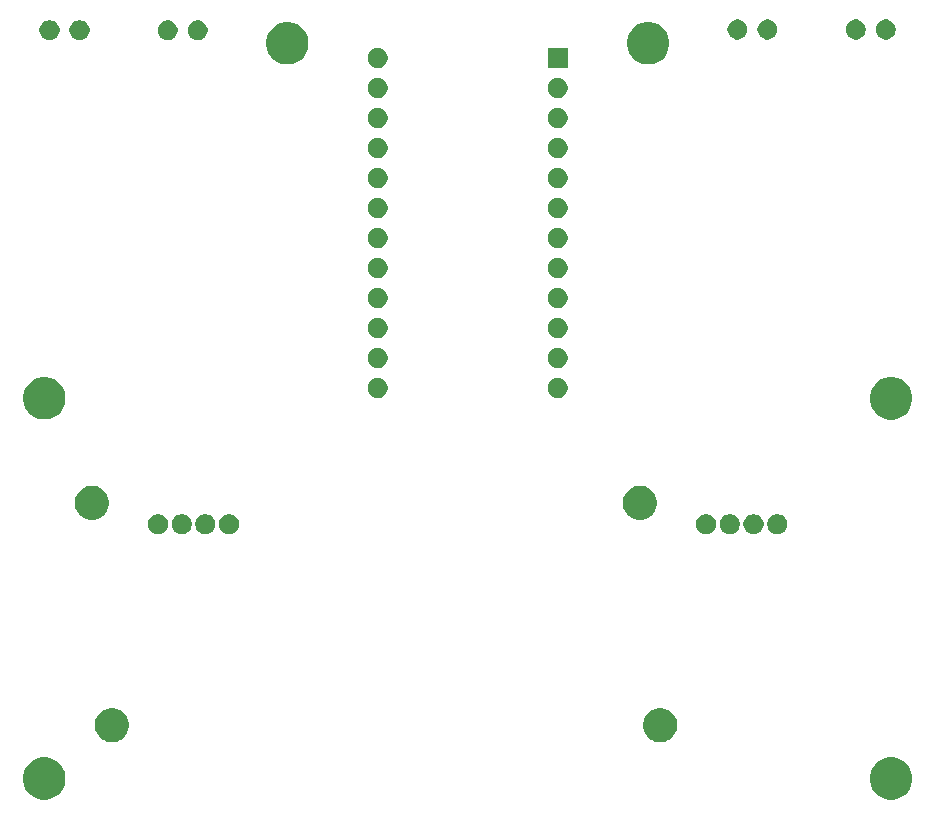
<source format=gbr>
G04 #@! TF.GenerationSoftware,KiCad,Pcbnew,5.0.2+dfsg1-1~bpo9+1*
G04 #@! TF.CreationDate,2019-08-16T14:47:35+01:00*
G04 #@! TF.ProjectId,retro_zero+a_controller,72657472-6f5f-47a6-9572-6f2b615f636f,rev?*
G04 #@! TF.SameCoordinates,Original*
G04 #@! TF.FileFunction,Soldermask,Bot*
G04 #@! TF.FilePolarity,Negative*
%FSLAX46Y46*%
G04 Gerber Fmt 4.6, Leading zero omitted, Abs format (unit mm)*
G04 Created by KiCad (PCBNEW 5.0.2+dfsg1-1~bpo9+1) date Fri 16 Aug 2019 14:47:35 BST*
%MOMM*%
%LPD*%
G01*
G04 APERTURE LIST*
%ADD10C,0.100000*%
G04 APERTURE END LIST*
D10*
G36*
X169511531Y-121394711D02*
X169839292Y-121530474D01*
X170134273Y-121727574D01*
X170385126Y-121978427D01*
X170582226Y-122273408D01*
X170717989Y-122601169D01*
X170787200Y-122949116D01*
X170787200Y-123303884D01*
X170717989Y-123651831D01*
X170582226Y-123979592D01*
X170385126Y-124274573D01*
X170134273Y-124525426D01*
X169839292Y-124722526D01*
X169511531Y-124858289D01*
X169163584Y-124927500D01*
X168808816Y-124927500D01*
X168460869Y-124858289D01*
X168133108Y-124722526D01*
X167838127Y-124525426D01*
X167587274Y-124274573D01*
X167390174Y-123979592D01*
X167254411Y-123651831D01*
X167185200Y-123303884D01*
X167185200Y-122949116D01*
X167254411Y-122601169D01*
X167390174Y-122273408D01*
X167587274Y-121978427D01*
X167838127Y-121727574D01*
X168133108Y-121530474D01*
X168460869Y-121394711D01*
X168808816Y-121325500D01*
X169163584Y-121325500D01*
X169511531Y-121394711D01*
X169511531Y-121394711D01*
G37*
G36*
X97807331Y-121394711D02*
X98135092Y-121530474D01*
X98430073Y-121727574D01*
X98680926Y-121978427D01*
X98878026Y-122273408D01*
X99013789Y-122601169D01*
X99083000Y-122949116D01*
X99083000Y-123303884D01*
X99013789Y-123651831D01*
X98878026Y-123979592D01*
X98680926Y-124274573D01*
X98430073Y-124525426D01*
X98135092Y-124722526D01*
X97807331Y-124858289D01*
X97459384Y-124927500D01*
X97104616Y-124927500D01*
X96756669Y-124858289D01*
X96428908Y-124722526D01*
X96133927Y-124525426D01*
X95883074Y-124274573D01*
X95685974Y-123979592D01*
X95550211Y-123651831D01*
X95481000Y-123303884D01*
X95481000Y-122949116D01*
X95550211Y-122601169D01*
X95685974Y-122273408D01*
X95883074Y-121978427D01*
X96133927Y-121727574D01*
X96428908Y-121530474D01*
X96756669Y-121394711D01*
X97104616Y-121325500D01*
X97459384Y-121325500D01*
X97807331Y-121394711D01*
X97807331Y-121394711D01*
G37*
G36*
X149851438Y-117210060D02*
X149851440Y-117210061D01*
X149851441Y-117210061D01*
X150115506Y-117319440D01*
X150115507Y-117319441D01*
X150353162Y-117478237D01*
X150555263Y-117680338D01*
X150555265Y-117680341D01*
X150714060Y-117917994D01*
X150823439Y-118182059D01*
X150879200Y-118462389D01*
X150879200Y-118748211D01*
X150823439Y-119028541D01*
X150714060Y-119292606D01*
X150714059Y-119292607D01*
X150555263Y-119530262D01*
X150353162Y-119732363D01*
X150353159Y-119732365D01*
X150115506Y-119891160D01*
X149851441Y-120000539D01*
X149851440Y-120000539D01*
X149851438Y-120000540D01*
X149571112Y-120056300D01*
X149285288Y-120056300D01*
X149004962Y-120000540D01*
X149004960Y-120000539D01*
X149004959Y-120000539D01*
X148740894Y-119891160D01*
X148503241Y-119732365D01*
X148503238Y-119732363D01*
X148301137Y-119530262D01*
X148142341Y-119292607D01*
X148142340Y-119292606D01*
X148032961Y-119028541D01*
X147977200Y-118748211D01*
X147977200Y-118462389D01*
X148032961Y-118182059D01*
X148142340Y-117917994D01*
X148301135Y-117680341D01*
X148301137Y-117680338D01*
X148503238Y-117478237D01*
X148740893Y-117319441D01*
X148740894Y-117319440D01*
X149004959Y-117210061D01*
X149004960Y-117210061D01*
X149004962Y-117210060D01*
X149285288Y-117154300D01*
X149571112Y-117154300D01*
X149851438Y-117210060D01*
X149851438Y-117210060D01*
G37*
G36*
X103445638Y-117210060D02*
X103445640Y-117210061D01*
X103445641Y-117210061D01*
X103709706Y-117319440D01*
X103709707Y-117319441D01*
X103947362Y-117478237D01*
X104149463Y-117680338D01*
X104149465Y-117680341D01*
X104308260Y-117917994D01*
X104417639Y-118182059D01*
X104473400Y-118462389D01*
X104473400Y-118748211D01*
X104417639Y-119028541D01*
X104308260Y-119292606D01*
X104308259Y-119292607D01*
X104149463Y-119530262D01*
X103947362Y-119732363D01*
X103947359Y-119732365D01*
X103709706Y-119891160D01*
X103445641Y-120000539D01*
X103445640Y-120000539D01*
X103445638Y-120000540D01*
X103165312Y-120056300D01*
X102879488Y-120056300D01*
X102599162Y-120000540D01*
X102599160Y-120000539D01*
X102599159Y-120000539D01*
X102335094Y-119891160D01*
X102097441Y-119732365D01*
X102097438Y-119732363D01*
X101895337Y-119530262D01*
X101736541Y-119292607D01*
X101736540Y-119292606D01*
X101627161Y-119028541D01*
X101571400Y-118748211D01*
X101571400Y-118462389D01*
X101627161Y-118182059D01*
X101736540Y-117917994D01*
X101895335Y-117680341D01*
X101895337Y-117680338D01*
X102097438Y-117478237D01*
X102335093Y-117319441D01*
X102335094Y-117319440D01*
X102599159Y-117210061D01*
X102599160Y-117210061D01*
X102599162Y-117210060D01*
X102879488Y-117154300D01*
X103165312Y-117154300D01*
X103445638Y-117210060D01*
X103445638Y-117210060D01*
G37*
G36*
X159595128Y-100769003D02*
X159750000Y-100833153D01*
X159889381Y-100926285D01*
X160007915Y-101044819D01*
X160101047Y-101184200D01*
X160165197Y-101339072D01*
X160197900Y-101503484D01*
X160197900Y-101671116D01*
X160165197Y-101835528D01*
X160101047Y-101990400D01*
X160007915Y-102129781D01*
X159889381Y-102248315D01*
X159750000Y-102341447D01*
X159595128Y-102405597D01*
X159430716Y-102438300D01*
X159263084Y-102438300D01*
X159098672Y-102405597D01*
X158943800Y-102341447D01*
X158804419Y-102248315D01*
X158685885Y-102129781D01*
X158592753Y-101990400D01*
X158528603Y-101835528D01*
X158495900Y-101671116D01*
X158495900Y-101503484D01*
X158528603Y-101339072D01*
X158592753Y-101184200D01*
X158685885Y-101044819D01*
X158804419Y-100926285D01*
X158943800Y-100833153D01*
X159098672Y-100769003D01*
X159263084Y-100736300D01*
X159430716Y-100736300D01*
X159595128Y-100769003D01*
X159595128Y-100769003D01*
G37*
G36*
X153575328Y-100769003D02*
X153730200Y-100833153D01*
X153869581Y-100926285D01*
X153988115Y-101044819D01*
X154081247Y-101184200D01*
X154145397Y-101339072D01*
X154178100Y-101503484D01*
X154178100Y-101671116D01*
X154145397Y-101835528D01*
X154081247Y-101990400D01*
X153988115Y-102129781D01*
X153869581Y-102248315D01*
X153730200Y-102341447D01*
X153575328Y-102405597D01*
X153410916Y-102438300D01*
X153243284Y-102438300D01*
X153078872Y-102405597D01*
X152924000Y-102341447D01*
X152784619Y-102248315D01*
X152666085Y-102129781D01*
X152572953Y-101990400D01*
X152508803Y-101835528D01*
X152476100Y-101671116D01*
X152476100Y-101503484D01*
X152508803Y-101339072D01*
X152572953Y-101184200D01*
X152666085Y-101044819D01*
X152784619Y-100926285D01*
X152924000Y-100833153D01*
X153078872Y-100769003D01*
X153243284Y-100736300D01*
X153410916Y-100736300D01*
X153575328Y-100769003D01*
X153575328Y-100769003D01*
G37*
G36*
X155581928Y-100769003D02*
X155736800Y-100833153D01*
X155876181Y-100926285D01*
X155994715Y-101044819D01*
X156087847Y-101184200D01*
X156151997Y-101339072D01*
X156184700Y-101503484D01*
X156184700Y-101671116D01*
X156151997Y-101835528D01*
X156087847Y-101990400D01*
X155994715Y-102129781D01*
X155876181Y-102248315D01*
X155736800Y-102341447D01*
X155581928Y-102405597D01*
X155417516Y-102438300D01*
X155249884Y-102438300D01*
X155085472Y-102405597D01*
X154930600Y-102341447D01*
X154791219Y-102248315D01*
X154672685Y-102129781D01*
X154579553Y-101990400D01*
X154515403Y-101835528D01*
X154482700Y-101671116D01*
X154482700Y-101503484D01*
X154515403Y-101339072D01*
X154579553Y-101184200D01*
X154672685Y-101044819D01*
X154791219Y-100926285D01*
X154930600Y-100833153D01*
X155085472Y-100769003D01*
X155249884Y-100736300D01*
X155417516Y-100736300D01*
X155581928Y-100769003D01*
X155581928Y-100769003D01*
G37*
G36*
X157588528Y-100769003D02*
X157743400Y-100833153D01*
X157882781Y-100926285D01*
X158001315Y-101044819D01*
X158094447Y-101184200D01*
X158158597Y-101339072D01*
X158191300Y-101503484D01*
X158191300Y-101671116D01*
X158158597Y-101835528D01*
X158094447Y-101990400D01*
X158001315Y-102129781D01*
X157882781Y-102248315D01*
X157743400Y-102341447D01*
X157588528Y-102405597D01*
X157424116Y-102438300D01*
X157256484Y-102438300D01*
X157092072Y-102405597D01*
X156937200Y-102341447D01*
X156797819Y-102248315D01*
X156679285Y-102129781D01*
X156586153Y-101990400D01*
X156522003Y-101835528D01*
X156489300Y-101671116D01*
X156489300Y-101503484D01*
X156522003Y-101339072D01*
X156586153Y-101184200D01*
X156679285Y-101044819D01*
X156797819Y-100926285D01*
X156937200Y-100833153D01*
X157092072Y-100769003D01*
X157256484Y-100736300D01*
X157424116Y-100736300D01*
X157588528Y-100769003D01*
X157588528Y-100769003D01*
G37*
G36*
X113189328Y-100769003D02*
X113344200Y-100833153D01*
X113483581Y-100926285D01*
X113602115Y-101044819D01*
X113695247Y-101184200D01*
X113759397Y-101339072D01*
X113792100Y-101503484D01*
X113792100Y-101671116D01*
X113759397Y-101835528D01*
X113695247Y-101990400D01*
X113602115Y-102129781D01*
X113483581Y-102248315D01*
X113344200Y-102341447D01*
X113189328Y-102405597D01*
X113024916Y-102438300D01*
X112857284Y-102438300D01*
X112692872Y-102405597D01*
X112538000Y-102341447D01*
X112398619Y-102248315D01*
X112280085Y-102129781D01*
X112186953Y-101990400D01*
X112122803Y-101835528D01*
X112090100Y-101671116D01*
X112090100Y-101503484D01*
X112122803Y-101339072D01*
X112186953Y-101184200D01*
X112280085Y-101044819D01*
X112398619Y-100926285D01*
X112538000Y-100833153D01*
X112692872Y-100769003D01*
X112857284Y-100736300D01*
X113024916Y-100736300D01*
X113189328Y-100769003D01*
X113189328Y-100769003D01*
G37*
G36*
X111182728Y-100769003D02*
X111337600Y-100833153D01*
X111476981Y-100926285D01*
X111595515Y-101044819D01*
X111688647Y-101184200D01*
X111752797Y-101339072D01*
X111785500Y-101503484D01*
X111785500Y-101671116D01*
X111752797Y-101835528D01*
X111688647Y-101990400D01*
X111595515Y-102129781D01*
X111476981Y-102248315D01*
X111337600Y-102341447D01*
X111182728Y-102405597D01*
X111018316Y-102438300D01*
X110850684Y-102438300D01*
X110686272Y-102405597D01*
X110531400Y-102341447D01*
X110392019Y-102248315D01*
X110273485Y-102129781D01*
X110180353Y-101990400D01*
X110116203Y-101835528D01*
X110083500Y-101671116D01*
X110083500Y-101503484D01*
X110116203Y-101339072D01*
X110180353Y-101184200D01*
X110273485Y-101044819D01*
X110392019Y-100926285D01*
X110531400Y-100833153D01*
X110686272Y-100769003D01*
X110850684Y-100736300D01*
X111018316Y-100736300D01*
X111182728Y-100769003D01*
X111182728Y-100769003D01*
G37*
G36*
X109176128Y-100769003D02*
X109331000Y-100833153D01*
X109470381Y-100926285D01*
X109588915Y-101044819D01*
X109682047Y-101184200D01*
X109746197Y-101339072D01*
X109778900Y-101503484D01*
X109778900Y-101671116D01*
X109746197Y-101835528D01*
X109682047Y-101990400D01*
X109588915Y-102129781D01*
X109470381Y-102248315D01*
X109331000Y-102341447D01*
X109176128Y-102405597D01*
X109011716Y-102438300D01*
X108844084Y-102438300D01*
X108679672Y-102405597D01*
X108524800Y-102341447D01*
X108385419Y-102248315D01*
X108266885Y-102129781D01*
X108173753Y-101990400D01*
X108109603Y-101835528D01*
X108076900Y-101671116D01*
X108076900Y-101503484D01*
X108109603Y-101339072D01*
X108173753Y-101184200D01*
X108266885Y-101044819D01*
X108385419Y-100926285D01*
X108524800Y-100833153D01*
X108679672Y-100769003D01*
X108844084Y-100736300D01*
X109011716Y-100736300D01*
X109176128Y-100769003D01*
X109176128Y-100769003D01*
G37*
G36*
X107169528Y-100769003D02*
X107324400Y-100833153D01*
X107463781Y-100926285D01*
X107582315Y-101044819D01*
X107675447Y-101184200D01*
X107739597Y-101339072D01*
X107772300Y-101503484D01*
X107772300Y-101671116D01*
X107739597Y-101835528D01*
X107675447Y-101990400D01*
X107582315Y-102129781D01*
X107463781Y-102248315D01*
X107324400Y-102341447D01*
X107169528Y-102405597D01*
X107005116Y-102438300D01*
X106837484Y-102438300D01*
X106673072Y-102405597D01*
X106518200Y-102341447D01*
X106378819Y-102248315D01*
X106260285Y-102129781D01*
X106167153Y-101990400D01*
X106103003Y-101835528D01*
X106070300Y-101671116D01*
X106070300Y-101503484D01*
X106103003Y-101339072D01*
X106167153Y-101184200D01*
X106260285Y-101044819D01*
X106378819Y-100926285D01*
X106518200Y-100833153D01*
X106673072Y-100769003D01*
X106837484Y-100736300D01*
X107005116Y-100736300D01*
X107169528Y-100769003D01*
X107169528Y-100769003D01*
G37*
G36*
X148149638Y-98388660D02*
X148149640Y-98388661D01*
X148149641Y-98388661D01*
X148413706Y-98498040D01*
X148413707Y-98498041D01*
X148651362Y-98656837D01*
X148853463Y-98858938D01*
X148853465Y-98858941D01*
X149012260Y-99096594D01*
X149121639Y-99360659D01*
X149177400Y-99640989D01*
X149177400Y-99926811D01*
X149121639Y-100207141D01*
X149012260Y-100471206D01*
X149012259Y-100471207D01*
X148853463Y-100708862D01*
X148651362Y-100910963D01*
X148651359Y-100910965D01*
X148413706Y-101069760D01*
X148149641Y-101179139D01*
X148149640Y-101179139D01*
X148149638Y-101179140D01*
X147869312Y-101234900D01*
X147583488Y-101234900D01*
X147303162Y-101179140D01*
X147303160Y-101179139D01*
X147303159Y-101179139D01*
X147039094Y-101069760D01*
X146801441Y-100910965D01*
X146801438Y-100910963D01*
X146599337Y-100708862D01*
X146440541Y-100471207D01*
X146440540Y-100471206D01*
X146331161Y-100207141D01*
X146275400Y-99926811D01*
X146275400Y-99640989D01*
X146331161Y-99360659D01*
X146440540Y-99096594D01*
X146599335Y-98858941D01*
X146599337Y-98858938D01*
X146801438Y-98656837D01*
X147039093Y-98498041D01*
X147039094Y-98498040D01*
X147303159Y-98388661D01*
X147303160Y-98388661D01*
X147303162Y-98388660D01*
X147583488Y-98332900D01*
X147869312Y-98332900D01*
X148149638Y-98388660D01*
X148149638Y-98388660D01*
G37*
G36*
X101743838Y-98388660D02*
X101743840Y-98388661D01*
X101743841Y-98388661D01*
X102007906Y-98498040D01*
X102007907Y-98498041D01*
X102245562Y-98656837D01*
X102447663Y-98858938D01*
X102447665Y-98858941D01*
X102606460Y-99096594D01*
X102715839Y-99360659D01*
X102771600Y-99640989D01*
X102771600Y-99926811D01*
X102715839Y-100207141D01*
X102606460Y-100471206D01*
X102606459Y-100471207D01*
X102447663Y-100708862D01*
X102245562Y-100910963D01*
X102245559Y-100910965D01*
X102007906Y-101069760D01*
X101743841Y-101179139D01*
X101743840Y-101179139D01*
X101743838Y-101179140D01*
X101463512Y-101234900D01*
X101177688Y-101234900D01*
X100897362Y-101179140D01*
X100897360Y-101179139D01*
X100897359Y-101179139D01*
X100633294Y-101069760D01*
X100395641Y-100910965D01*
X100395638Y-100910963D01*
X100193537Y-100708862D01*
X100034741Y-100471207D01*
X100034740Y-100471206D01*
X99925361Y-100207141D01*
X99869600Y-99926811D01*
X99869600Y-99640989D01*
X99925361Y-99360659D01*
X100034740Y-99096594D01*
X100193535Y-98858941D01*
X100193537Y-98858938D01*
X100395638Y-98656837D01*
X100633293Y-98498041D01*
X100633294Y-98498040D01*
X100897359Y-98388661D01*
X100897360Y-98388661D01*
X100897362Y-98388660D01*
X101177688Y-98332900D01*
X101463512Y-98332900D01*
X101743838Y-98388660D01*
X101743838Y-98388660D01*
G37*
G36*
X169511531Y-89200211D02*
X169839292Y-89335974D01*
X170134273Y-89533074D01*
X170385126Y-89783927D01*
X170582226Y-90078908D01*
X170717989Y-90406669D01*
X170787200Y-90754616D01*
X170787200Y-91109384D01*
X170717989Y-91457331D01*
X170582226Y-91785092D01*
X170385126Y-92080073D01*
X170134273Y-92330926D01*
X169839292Y-92528026D01*
X169511531Y-92663789D01*
X169163584Y-92733000D01*
X168808816Y-92733000D01*
X168460869Y-92663789D01*
X168133108Y-92528026D01*
X167838127Y-92330926D01*
X167587274Y-92080073D01*
X167390174Y-91785092D01*
X167254411Y-91457331D01*
X167185200Y-91109384D01*
X167185200Y-90754616D01*
X167254411Y-90406669D01*
X167390174Y-90078908D01*
X167587274Y-89783927D01*
X167838127Y-89533074D01*
X168133108Y-89335974D01*
X168460869Y-89200211D01*
X168808816Y-89131000D01*
X169163584Y-89131000D01*
X169511531Y-89200211D01*
X169511531Y-89200211D01*
G37*
G36*
X97807331Y-89187511D02*
X98135092Y-89323274D01*
X98430073Y-89520374D01*
X98680926Y-89771227D01*
X98878026Y-90066208D01*
X99013789Y-90393969D01*
X99083000Y-90741916D01*
X99083000Y-91096684D01*
X99013789Y-91444631D01*
X98878026Y-91772392D01*
X98680926Y-92067373D01*
X98430073Y-92318226D01*
X98135092Y-92515326D01*
X97807331Y-92651089D01*
X97459384Y-92720300D01*
X97104616Y-92720300D01*
X96756669Y-92651089D01*
X96428908Y-92515326D01*
X96133927Y-92318226D01*
X95883074Y-92067373D01*
X95685974Y-91772392D01*
X95550211Y-91444631D01*
X95481000Y-91096684D01*
X95481000Y-90741916D01*
X95550211Y-90393969D01*
X95685974Y-90066208D01*
X95883074Y-89771227D01*
X96133927Y-89520374D01*
X96428908Y-89323274D01*
X96756669Y-89187511D01*
X97104616Y-89118300D01*
X97459384Y-89118300D01*
X97807331Y-89187511D01*
X97807331Y-89187511D01*
G37*
G36*
X141002328Y-89224703D02*
X141157200Y-89288853D01*
X141296581Y-89381985D01*
X141415115Y-89500519D01*
X141508247Y-89639900D01*
X141572397Y-89794772D01*
X141605100Y-89959184D01*
X141605100Y-90126816D01*
X141572397Y-90291228D01*
X141508247Y-90446100D01*
X141415115Y-90585481D01*
X141296581Y-90704015D01*
X141157200Y-90797147D01*
X141002328Y-90861297D01*
X140837916Y-90894000D01*
X140670284Y-90894000D01*
X140505872Y-90861297D01*
X140351000Y-90797147D01*
X140211619Y-90704015D01*
X140093085Y-90585481D01*
X139999953Y-90446100D01*
X139935803Y-90291228D01*
X139903100Y-90126816D01*
X139903100Y-89959184D01*
X139935803Y-89794772D01*
X139999953Y-89639900D01*
X140093085Y-89500519D01*
X140211619Y-89381985D01*
X140351000Y-89288853D01*
X140505872Y-89224703D01*
X140670284Y-89192000D01*
X140837916Y-89192000D01*
X141002328Y-89224703D01*
X141002328Y-89224703D01*
G37*
G36*
X125762328Y-89224703D02*
X125917200Y-89288853D01*
X126056581Y-89381985D01*
X126175115Y-89500519D01*
X126268247Y-89639900D01*
X126332397Y-89794772D01*
X126365100Y-89959184D01*
X126365100Y-90126816D01*
X126332397Y-90291228D01*
X126268247Y-90446100D01*
X126175115Y-90585481D01*
X126056581Y-90704015D01*
X125917200Y-90797147D01*
X125762328Y-90861297D01*
X125597916Y-90894000D01*
X125430284Y-90894000D01*
X125265872Y-90861297D01*
X125111000Y-90797147D01*
X124971619Y-90704015D01*
X124853085Y-90585481D01*
X124759953Y-90446100D01*
X124695803Y-90291228D01*
X124663100Y-90126816D01*
X124663100Y-89959184D01*
X124695803Y-89794772D01*
X124759953Y-89639900D01*
X124853085Y-89500519D01*
X124971619Y-89381985D01*
X125111000Y-89288853D01*
X125265872Y-89224703D01*
X125430284Y-89192000D01*
X125597916Y-89192000D01*
X125762328Y-89224703D01*
X125762328Y-89224703D01*
G37*
G36*
X125762328Y-86684703D02*
X125917200Y-86748853D01*
X126056581Y-86841985D01*
X126175115Y-86960519D01*
X126268247Y-87099900D01*
X126332397Y-87254772D01*
X126365100Y-87419184D01*
X126365100Y-87586816D01*
X126332397Y-87751228D01*
X126268247Y-87906100D01*
X126175115Y-88045481D01*
X126056581Y-88164015D01*
X125917200Y-88257147D01*
X125762328Y-88321297D01*
X125597916Y-88354000D01*
X125430284Y-88354000D01*
X125265872Y-88321297D01*
X125111000Y-88257147D01*
X124971619Y-88164015D01*
X124853085Y-88045481D01*
X124759953Y-87906100D01*
X124695803Y-87751228D01*
X124663100Y-87586816D01*
X124663100Y-87419184D01*
X124695803Y-87254772D01*
X124759953Y-87099900D01*
X124853085Y-86960519D01*
X124971619Y-86841985D01*
X125111000Y-86748853D01*
X125265872Y-86684703D01*
X125430284Y-86652000D01*
X125597916Y-86652000D01*
X125762328Y-86684703D01*
X125762328Y-86684703D01*
G37*
G36*
X141002328Y-86684703D02*
X141157200Y-86748853D01*
X141296581Y-86841985D01*
X141415115Y-86960519D01*
X141508247Y-87099900D01*
X141572397Y-87254772D01*
X141605100Y-87419184D01*
X141605100Y-87586816D01*
X141572397Y-87751228D01*
X141508247Y-87906100D01*
X141415115Y-88045481D01*
X141296581Y-88164015D01*
X141157200Y-88257147D01*
X141002328Y-88321297D01*
X140837916Y-88354000D01*
X140670284Y-88354000D01*
X140505872Y-88321297D01*
X140351000Y-88257147D01*
X140211619Y-88164015D01*
X140093085Y-88045481D01*
X139999953Y-87906100D01*
X139935803Y-87751228D01*
X139903100Y-87586816D01*
X139903100Y-87419184D01*
X139935803Y-87254772D01*
X139999953Y-87099900D01*
X140093085Y-86960519D01*
X140211619Y-86841985D01*
X140351000Y-86748853D01*
X140505872Y-86684703D01*
X140670284Y-86652000D01*
X140837916Y-86652000D01*
X141002328Y-86684703D01*
X141002328Y-86684703D01*
G37*
G36*
X125762328Y-84144703D02*
X125917200Y-84208853D01*
X126056581Y-84301985D01*
X126175115Y-84420519D01*
X126268247Y-84559900D01*
X126332397Y-84714772D01*
X126365100Y-84879184D01*
X126365100Y-85046816D01*
X126332397Y-85211228D01*
X126268247Y-85366100D01*
X126175115Y-85505481D01*
X126056581Y-85624015D01*
X125917200Y-85717147D01*
X125762328Y-85781297D01*
X125597916Y-85814000D01*
X125430284Y-85814000D01*
X125265872Y-85781297D01*
X125111000Y-85717147D01*
X124971619Y-85624015D01*
X124853085Y-85505481D01*
X124759953Y-85366100D01*
X124695803Y-85211228D01*
X124663100Y-85046816D01*
X124663100Y-84879184D01*
X124695803Y-84714772D01*
X124759953Y-84559900D01*
X124853085Y-84420519D01*
X124971619Y-84301985D01*
X125111000Y-84208853D01*
X125265872Y-84144703D01*
X125430284Y-84112000D01*
X125597916Y-84112000D01*
X125762328Y-84144703D01*
X125762328Y-84144703D01*
G37*
G36*
X141002328Y-84144703D02*
X141157200Y-84208853D01*
X141296581Y-84301985D01*
X141415115Y-84420519D01*
X141508247Y-84559900D01*
X141572397Y-84714772D01*
X141605100Y-84879184D01*
X141605100Y-85046816D01*
X141572397Y-85211228D01*
X141508247Y-85366100D01*
X141415115Y-85505481D01*
X141296581Y-85624015D01*
X141157200Y-85717147D01*
X141002328Y-85781297D01*
X140837916Y-85814000D01*
X140670284Y-85814000D01*
X140505872Y-85781297D01*
X140351000Y-85717147D01*
X140211619Y-85624015D01*
X140093085Y-85505481D01*
X139999953Y-85366100D01*
X139935803Y-85211228D01*
X139903100Y-85046816D01*
X139903100Y-84879184D01*
X139935803Y-84714772D01*
X139999953Y-84559900D01*
X140093085Y-84420519D01*
X140211619Y-84301985D01*
X140351000Y-84208853D01*
X140505872Y-84144703D01*
X140670284Y-84112000D01*
X140837916Y-84112000D01*
X141002328Y-84144703D01*
X141002328Y-84144703D01*
G37*
G36*
X141002328Y-81604703D02*
X141157200Y-81668853D01*
X141296581Y-81761985D01*
X141415115Y-81880519D01*
X141508247Y-82019900D01*
X141572397Y-82174772D01*
X141605100Y-82339184D01*
X141605100Y-82506816D01*
X141572397Y-82671228D01*
X141508247Y-82826100D01*
X141415115Y-82965481D01*
X141296581Y-83084015D01*
X141157200Y-83177147D01*
X141002328Y-83241297D01*
X140837916Y-83274000D01*
X140670284Y-83274000D01*
X140505872Y-83241297D01*
X140351000Y-83177147D01*
X140211619Y-83084015D01*
X140093085Y-82965481D01*
X139999953Y-82826100D01*
X139935803Y-82671228D01*
X139903100Y-82506816D01*
X139903100Y-82339184D01*
X139935803Y-82174772D01*
X139999953Y-82019900D01*
X140093085Y-81880519D01*
X140211619Y-81761985D01*
X140351000Y-81668853D01*
X140505872Y-81604703D01*
X140670284Y-81572000D01*
X140837916Y-81572000D01*
X141002328Y-81604703D01*
X141002328Y-81604703D01*
G37*
G36*
X125762328Y-81604703D02*
X125917200Y-81668853D01*
X126056581Y-81761985D01*
X126175115Y-81880519D01*
X126268247Y-82019900D01*
X126332397Y-82174772D01*
X126365100Y-82339184D01*
X126365100Y-82506816D01*
X126332397Y-82671228D01*
X126268247Y-82826100D01*
X126175115Y-82965481D01*
X126056581Y-83084015D01*
X125917200Y-83177147D01*
X125762328Y-83241297D01*
X125597916Y-83274000D01*
X125430284Y-83274000D01*
X125265872Y-83241297D01*
X125111000Y-83177147D01*
X124971619Y-83084015D01*
X124853085Y-82965481D01*
X124759953Y-82826100D01*
X124695803Y-82671228D01*
X124663100Y-82506816D01*
X124663100Y-82339184D01*
X124695803Y-82174772D01*
X124759953Y-82019900D01*
X124853085Y-81880519D01*
X124971619Y-81761985D01*
X125111000Y-81668853D01*
X125265872Y-81604703D01*
X125430284Y-81572000D01*
X125597916Y-81572000D01*
X125762328Y-81604703D01*
X125762328Y-81604703D01*
G37*
G36*
X141002328Y-79064703D02*
X141157200Y-79128853D01*
X141296581Y-79221985D01*
X141415115Y-79340519D01*
X141508247Y-79479900D01*
X141572397Y-79634772D01*
X141605100Y-79799184D01*
X141605100Y-79966816D01*
X141572397Y-80131228D01*
X141508247Y-80286100D01*
X141415115Y-80425481D01*
X141296581Y-80544015D01*
X141157200Y-80637147D01*
X141002328Y-80701297D01*
X140837916Y-80734000D01*
X140670284Y-80734000D01*
X140505872Y-80701297D01*
X140351000Y-80637147D01*
X140211619Y-80544015D01*
X140093085Y-80425481D01*
X139999953Y-80286100D01*
X139935803Y-80131228D01*
X139903100Y-79966816D01*
X139903100Y-79799184D01*
X139935803Y-79634772D01*
X139999953Y-79479900D01*
X140093085Y-79340519D01*
X140211619Y-79221985D01*
X140351000Y-79128853D01*
X140505872Y-79064703D01*
X140670284Y-79032000D01*
X140837916Y-79032000D01*
X141002328Y-79064703D01*
X141002328Y-79064703D01*
G37*
G36*
X125762328Y-79064703D02*
X125917200Y-79128853D01*
X126056581Y-79221985D01*
X126175115Y-79340519D01*
X126268247Y-79479900D01*
X126332397Y-79634772D01*
X126365100Y-79799184D01*
X126365100Y-79966816D01*
X126332397Y-80131228D01*
X126268247Y-80286100D01*
X126175115Y-80425481D01*
X126056581Y-80544015D01*
X125917200Y-80637147D01*
X125762328Y-80701297D01*
X125597916Y-80734000D01*
X125430284Y-80734000D01*
X125265872Y-80701297D01*
X125111000Y-80637147D01*
X124971619Y-80544015D01*
X124853085Y-80425481D01*
X124759953Y-80286100D01*
X124695803Y-80131228D01*
X124663100Y-79966816D01*
X124663100Y-79799184D01*
X124695803Y-79634772D01*
X124759953Y-79479900D01*
X124853085Y-79340519D01*
X124971619Y-79221985D01*
X125111000Y-79128853D01*
X125265872Y-79064703D01*
X125430284Y-79032000D01*
X125597916Y-79032000D01*
X125762328Y-79064703D01*
X125762328Y-79064703D01*
G37*
G36*
X141002328Y-76524703D02*
X141157200Y-76588853D01*
X141296581Y-76681985D01*
X141415115Y-76800519D01*
X141508247Y-76939900D01*
X141572397Y-77094772D01*
X141605100Y-77259184D01*
X141605100Y-77426816D01*
X141572397Y-77591228D01*
X141508247Y-77746100D01*
X141415115Y-77885481D01*
X141296581Y-78004015D01*
X141157200Y-78097147D01*
X141002328Y-78161297D01*
X140837916Y-78194000D01*
X140670284Y-78194000D01*
X140505872Y-78161297D01*
X140351000Y-78097147D01*
X140211619Y-78004015D01*
X140093085Y-77885481D01*
X139999953Y-77746100D01*
X139935803Y-77591228D01*
X139903100Y-77426816D01*
X139903100Y-77259184D01*
X139935803Y-77094772D01*
X139999953Y-76939900D01*
X140093085Y-76800519D01*
X140211619Y-76681985D01*
X140351000Y-76588853D01*
X140505872Y-76524703D01*
X140670284Y-76492000D01*
X140837916Y-76492000D01*
X141002328Y-76524703D01*
X141002328Y-76524703D01*
G37*
G36*
X125762328Y-76524703D02*
X125917200Y-76588853D01*
X126056581Y-76681985D01*
X126175115Y-76800519D01*
X126268247Y-76939900D01*
X126332397Y-77094772D01*
X126365100Y-77259184D01*
X126365100Y-77426816D01*
X126332397Y-77591228D01*
X126268247Y-77746100D01*
X126175115Y-77885481D01*
X126056581Y-78004015D01*
X125917200Y-78097147D01*
X125762328Y-78161297D01*
X125597916Y-78194000D01*
X125430284Y-78194000D01*
X125265872Y-78161297D01*
X125111000Y-78097147D01*
X124971619Y-78004015D01*
X124853085Y-77885481D01*
X124759953Y-77746100D01*
X124695803Y-77591228D01*
X124663100Y-77426816D01*
X124663100Y-77259184D01*
X124695803Y-77094772D01*
X124759953Y-76939900D01*
X124853085Y-76800519D01*
X124971619Y-76681985D01*
X125111000Y-76588853D01*
X125265872Y-76524703D01*
X125430284Y-76492000D01*
X125597916Y-76492000D01*
X125762328Y-76524703D01*
X125762328Y-76524703D01*
G37*
G36*
X141002328Y-73984703D02*
X141157200Y-74048853D01*
X141296581Y-74141985D01*
X141415115Y-74260519D01*
X141508247Y-74399900D01*
X141572397Y-74554772D01*
X141605100Y-74719184D01*
X141605100Y-74886816D01*
X141572397Y-75051228D01*
X141508247Y-75206100D01*
X141415115Y-75345481D01*
X141296581Y-75464015D01*
X141157200Y-75557147D01*
X141002328Y-75621297D01*
X140837916Y-75654000D01*
X140670284Y-75654000D01*
X140505872Y-75621297D01*
X140351000Y-75557147D01*
X140211619Y-75464015D01*
X140093085Y-75345481D01*
X139999953Y-75206100D01*
X139935803Y-75051228D01*
X139903100Y-74886816D01*
X139903100Y-74719184D01*
X139935803Y-74554772D01*
X139999953Y-74399900D01*
X140093085Y-74260519D01*
X140211619Y-74141985D01*
X140351000Y-74048853D01*
X140505872Y-73984703D01*
X140670284Y-73952000D01*
X140837916Y-73952000D01*
X141002328Y-73984703D01*
X141002328Y-73984703D01*
G37*
G36*
X125762328Y-73984703D02*
X125917200Y-74048853D01*
X126056581Y-74141985D01*
X126175115Y-74260519D01*
X126268247Y-74399900D01*
X126332397Y-74554772D01*
X126365100Y-74719184D01*
X126365100Y-74886816D01*
X126332397Y-75051228D01*
X126268247Y-75206100D01*
X126175115Y-75345481D01*
X126056581Y-75464015D01*
X125917200Y-75557147D01*
X125762328Y-75621297D01*
X125597916Y-75654000D01*
X125430284Y-75654000D01*
X125265872Y-75621297D01*
X125111000Y-75557147D01*
X124971619Y-75464015D01*
X124853085Y-75345481D01*
X124759953Y-75206100D01*
X124695803Y-75051228D01*
X124663100Y-74886816D01*
X124663100Y-74719184D01*
X124695803Y-74554772D01*
X124759953Y-74399900D01*
X124853085Y-74260519D01*
X124971619Y-74141985D01*
X125111000Y-74048853D01*
X125265872Y-73984703D01*
X125430284Y-73952000D01*
X125597916Y-73952000D01*
X125762328Y-73984703D01*
X125762328Y-73984703D01*
G37*
G36*
X125762328Y-71444703D02*
X125917200Y-71508853D01*
X126056581Y-71601985D01*
X126175115Y-71720519D01*
X126268247Y-71859900D01*
X126332397Y-72014772D01*
X126365100Y-72179184D01*
X126365100Y-72346816D01*
X126332397Y-72511228D01*
X126268247Y-72666100D01*
X126175115Y-72805481D01*
X126056581Y-72924015D01*
X125917200Y-73017147D01*
X125762328Y-73081297D01*
X125597916Y-73114000D01*
X125430284Y-73114000D01*
X125265872Y-73081297D01*
X125111000Y-73017147D01*
X124971619Y-72924015D01*
X124853085Y-72805481D01*
X124759953Y-72666100D01*
X124695803Y-72511228D01*
X124663100Y-72346816D01*
X124663100Y-72179184D01*
X124695803Y-72014772D01*
X124759953Y-71859900D01*
X124853085Y-71720519D01*
X124971619Y-71601985D01*
X125111000Y-71508853D01*
X125265872Y-71444703D01*
X125430284Y-71412000D01*
X125597916Y-71412000D01*
X125762328Y-71444703D01*
X125762328Y-71444703D01*
G37*
G36*
X141002328Y-71444703D02*
X141157200Y-71508853D01*
X141296581Y-71601985D01*
X141415115Y-71720519D01*
X141508247Y-71859900D01*
X141572397Y-72014772D01*
X141605100Y-72179184D01*
X141605100Y-72346816D01*
X141572397Y-72511228D01*
X141508247Y-72666100D01*
X141415115Y-72805481D01*
X141296581Y-72924015D01*
X141157200Y-73017147D01*
X141002328Y-73081297D01*
X140837916Y-73114000D01*
X140670284Y-73114000D01*
X140505872Y-73081297D01*
X140351000Y-73017147D01*
X140211619Y-72924015D01*
X140093085Y-72805481D01*
X139999953Y-72666100D01*
X139935803Y-72511228D01*
X139903100Y-72346816D01*
X139903100Y-72179184D01*
X139935803Y-72014772D01*
X139999953Y-71859900D01*
X140093085Y-71720519D01*
X140211619Y-71601985D01*
X140351000Y-71508853D01*
X140505872Y-71444703D01*
X140670284Y-71412000D01*
X140837916Y-71412000D01*
X141002328Y-71444703D01*
X141002328Y-71444703D01*
G37*
G36*
X141002328Y-68904703D02*
X141157200Y-68968853D01*
X141296581Y-69061985D01*
X141415115Y-69180519D01*
X141508247Y-69319900D01*
X141572397Y-69474772D01*
X141605100Y-69639184D01*
X141605100Y-69806816D01*
X141572397Y-69971228D01*
X141508247Y-70126100D01*
X141415115Y-70265481D01*
X141296581Y-70384015D01*
X141157200Y-70477147D01*
X141002328Y-70541297D01*
X140837916Y-70574000D01*
X140670284Y-70574000D01*
X140505872Y-70541297D01*
X140351000Y-70477147D01*
X140211619Y-70384015D01*
X140093085Y-70265481D01*
X139999953Y-70126100D01*
X139935803Y-69971228D01*
X139903100Y-69806816D01*
X139903100Y-69639184D01*
X139935803Y-69474772D01*
X139999953Y-69319900D01*
X140093085Y-69180519D01*
X140211619Y-69061985D01*
X140351000Y-68968853D01*
X140505872Y-68904703D01*
X140670284Y-68872000D01*
X140837916Y-68872000D01*
X141002328Y-68904703D01*
X141002328Y-68904703D01*
G37*
G36*
X125762328Y-68904703D02*
X125917200Y-68968853D01*
X126056581Y-69061985D01*
X126175115Y-69180519D01*
X126268247Y-69319900D01*
X126332397Y-69474772D01*
X126365100Y-69639184D01*
X126365100Y-69806816D01*
X126332397Y-69971228D01*
X126268247Y-70126100D01*
X126175115Y-70265481D01*
X126056581Y-70384015D01*
X125917200Y-70477147D01*
X125762328Y-70541297D01*
X125597916Y-70574000D01*
X125430284Y-70574000D01*
X125265872Y-70541297D01*
X125111000Y-70477147D01*
X124971619Y-70384015D01*
X124853085Y-70265481D01*
X124759953Y-70126100D01*
X124695803Y-69971228D01*
X124663100Y-69806816D01*
X124663100Y-69639184D01*
X124695803Y-69474772D01*
X124759953Y-69319900D01*
X124853085Y-69180519D01*
X124971619Y-69061985D01*
X125111000Y-68968853D01*
X125265872Y-68904703D01*
X125430284Y-68872000D01*
X125597916Y-68872000D01*
X125762328Y-68904703D01*
X125762328Y-68904703D01*
G37*
G36*
X125762328Y-66364703D02*
X125917200Y-66428853D01*
X126056581Y-66521985D01*
X126175115Y-66640519D01*
X126268247Y-66779900D01*
X126332397Y-66934772D01*
X126365100Y-67099184D01*
X126365100Y-67266816D01*
X126332397Y-67431228D01*
X126268247Y-67586100D01*
X126175115Y-67725481D01*
X126056581Y-67844015D01*
X125917200Y-67937147D01*
X125762328Y-68001297D01*
X125597916Y-68034000D01*
X125430284Y-68034000D01*
X125265872Y-68001297D01*
X125111000Y-67937147D01*
X124971619Y-67844015D01*
X124853085Y-67725481D01*
X124759953Y-67586100D01*
X124695803Y-67431228D01*
X124663100Y-67266816D01*
X124663100Y-67099184D01*
X124695803Y-66934772D01*
X124759953Y-66779900D01*
X124853085Y-66640519D01*
X124971619Y-66521985D01*
X125111000Y-66428853D01*
X125265872Y-66364703D01*
X125430284Y-66332000D01*
X125597916Y-66332000D01*
X125762328Y-66364703D01*
X125762328Y-66364703D01*
G37*
G36*
X141002328Y-66364703D02*
X141157200Y-66428853D01*
X141296581Y-66521985D01*
X141415115Y-66640519D01*
X141508247Y-66779900D01*
X141572397Y-66934772D01*
X141605100Y-67099184D01*
X141605100Y-67266816D01*
X141572397Y-67431228D01*
X141508247Y-67586100D01*
X141415115Y-67725481D01*
X141296581Y-67844015D01*
X141157200Y-67937147D01*
X141002328Y-68001297D01*
X140837916Y-68034000D01*
X140670284Y-68034000D01*
X140505872Y-68001297D01*
X140351000Y-67937147D01*
X140211619Y-67844015D01*
X140093085Y-67725481D01*
X139999953Y-67586100D01*
X139935803Y-67431228D01*
X139903100Y-67266816D01*
X139903100Y-67099184D01*
X139935803Y-66934772D01*
X139999953Y-66779900D01*
X140093085Y-66640519D01*
X140211619Y-66521985D01*
X140351000Y-66428853D01*
X140505872Y-66364703D01*
X140670284Y-66332000D01*
X140837916Y-66332000D01*
X141002328Y-66364703D01*
X141002328Y-66364703D01*
G37*
G36*
X125762328Y-63824703D02*
X125917200Y-63888853D01*
X126056581Y-63981985D01*
X126175115Y-64100519D01*
X126268247Y-64239900D01*
X126332397Y-64394772D01*
X126365100Y-64559184D01*
X126365100Y-64726816D01*
X126332397Y-64891228D01*
X126268247Y-65046100D01*
X126175115Y-65185481D01*
X126056581Y-65304015D01*
X125917200Y-65397147D01*
X125762328Y-65461297D01*
X125597916Y-65494000D01*
X125430284Y-65494000D01*
X125265872Y-65461297D01*
X125111000Y-65397147D01*
X124971619Y-65304015D01*
X124853085Y-65185481D01*
X124759953Y-65046100D01*
X124695803Y-64891228D01*
X124663100Y-64726816D01*
X124663100Y-64559184D01*
X124695803Y-64394772D01*
X124759953Y-64239900D01*
X124853085Y-64100519D01*
X124971619Y-63981985D01*
X125111000Y-63888853D01*
X125265872Y-63824703D01*
X125430284Y-63792000D01*
X125597916Y-63792000D01*
X125762328Y-63824703D01*
X125762328Y-63824703D01*
G37*
G36*
X141002328Y-63824703D02*
X141157200Y-63888853D01*
X141296581Y-63981985D01*
X141415115Y-64100519D01*
X141508247Y-64239900D01*
X141572397Y-64394772D01*
X141605100Y-64559184D01*
X141605100Y-64726816D01*
X141572397Y-64891228D01*
X141508247Y-65046100D01*
X141415115Y-65185481D01*
X141296581Y-65304015D01*
X141157200Y-65397147D01*
X141002328Y-65461297D01*
X140837916Y-65494000D01*
X140670284Y-65494000D01*
X140505872Y-65461297D01*
X140351000Y-65397147D01*
X140211619Y-65304015D01*
X140093085Y-65185481D01*
X139999953Y-65046100D01*
X139935803Y-64891228D01*
X139903100Y-64726816D01*
X139903100Y-64559184D01*
X139935803Y-64394772D01*
X139999953Y-64239900D01*
X140093085Y-64100519D01*
X140211619Y-63981985D01*
X140351000Y-63888853D01*
X140505872Y-63824703D01*
X140670284Y-63792000D01*
X140837916Y-63792000D01*
X141002328Y-63824703D01*
X141002328Y-63824703D01*
G37*
G36*
X141605100Y-62954000D02*
X139903100Y-62954000D01*
X139903100Y-61252000D01*
X141605100Y-61252000D01*
X141605100Y-62954000D01*
X141605100Y-62954000D01*
G37*
G36*
X125762328Y-61284703D02*
X125917200Y-61348853D01*
X126056581Y-61441985D01*
X126175115Y-61560519D01*
X126268247Y-61699900D01*
X126332397Y-61854772D01*
X126365100Y-62019184D01*
X126365100Y-62186816D01*
X126332397Y-62351228D01*
X126268247Y-62506100D01*
X126175115Y-62645481D01*
X126056581Y-62764015D01*
X125917200Y-62857147D01*
X125762328Y-62921297D01*
X125597916Y-62954000D01*
X125430284Y-62954000D01*
X125265872Y-62921297D01*
X125111000Y-62857147D01*
X124971619Y-62764015D01*
X124853085Y-62645481D01*
X124759953Y-62506100D01*
X124695803Y-62351228D01*
X124663100Y-62186816D01*
X124663100Y-62019184D01*
X124695803Y-61854772D01*
X124759953Y-61699900D01*
X124853085Y-61560519D01*
X124971619Y-61441985D01*
X125111000Y-61348853D01*
X125265872Y-61284703D01*
X125430284Y-61252000D01*
X125597916Y-61252000D01*
X125762328Y-61284703D01*
X125762328Y-61284703D01*
G37*
G36*
X148937531Y-59126611D02*
X149265292Y-59262374D01*
X149560273Y-59459474D01*
X149811126Y-59710327D01*
X150008226Y-60005308D01*
X150143989Y-60333069D01*
X150213200Y-60681016D01*
X150213200Y-61035784D01*
X150143989Y-61383731D01*
X150008226Y-61711492D01*
X149811126Y-62006473D01*
X149560273Y-62257326D01*
X149265292Y-62454426D01*
X148937531Y-62590189D01*
X148589584Y-62659400D01*
X148234816Y-62659400D01*
X147886869Y-62590189D01*
X147559108Y-62454426D01*
X147264127Y-62257326D01*
X147013274Y-62006473D01*
X146816174Y-61711492D01*
X146680411Y-61383731D01*
X146611200Y-61035784D01*
X146611200Y-60681016D01*
X146680411Y-60333069D01*
X146816174Y-60005308D01*
X147013274Y-59710327D01*
X147264127Y-59459474D01*
X147559108Y-59262374D01*
X147886869Y-59126611D01*
X148234816Y-59057400D01*
X148589584Y-59057400D01*
X148937531Y-59126611D01*
X148937531Y-59126611D01*
G37*
G36*
X118381331Y-59126611D02*
X118709092Y-59262374D01*
X119004073Y-59459474D01*
X119254926Y-59710327D01*
X119452026Y-60005308D01*
X119587789Y-60333069D01*
X119657000Y-60681016D01*
X119657000Y-61035784D01*
X119587789Y-61383731D01*
X119452026Y-61711492D01*
X119254926Y-62006473D01*
X119004073Y-62257326D01*
X118709092Y-62454426D01*
X118381331Y-62590189D01*
X118033384Y-62659400D01*
X117678616Y-62659400D01*
X117330669Y-62590189D01*
X117002908Y-62454426D01*
X116707927Y-62257326D01*
X116457074Y-62006473D01*
X116259974Y-61711492D01*
X116124211Y-61383731D01*
X116055000Y-61035784D01*
X116055000Y-60681016D01*
X116124211Y-60333069D01*
X116259974Y-60005308D01*
X116457074Y-59710327D01*
X116707927Y-59459474D01*
X117002908Y-59262374D01*
X117330669Y-59126611D01*
X117678616Y-59057400D01*
X118033384Y-59057400D01*
X118381331Y-59126611D01*
X118381331Y-59126611D01*
G37*
G36*
X107982328Y-58960603D02*
X108137200Y-59024753D01*
X108276581Y-59117885D01*
X108395115Y-59236419D01*
X108488247Y-59375800D01*
X108552397Y-59530672D01*
X108585100Y-59695084D01*
X108585100Y-59862716D01*
X108552397Y-60027128D01*
X108488247Y-60182000D01*
X108395115Y-60321381D01*
X108276581Y-60439915D01*
X108137200Y-60533047D01*
X107982328Y-60597197D01*
X107817916Y-60629900D01*
X107650284Y-60629900D01*
X107485872Y-60597197D01*
X107331000Y-60533047D01*
X107191619Y-60439915D01*
X107073085Y-60321381D01*
X106979953Y-60182000D01*
X106915803Y-60027128D01*
X106883100Y-59862716D01*
X106883100Y-59695084D01*
X106915803Y-59530672D01*
X106979953Y-59375800D01*
X107073085Y-59236419D01*
X107191619Y-59117885D01*
X107331000Y-59024753D01*
X107485872Y-58960603D01*
X107650284Y-58927900D01*
X107817916Y-58927900D01*
X107982328Y-58960603D01*
X107982328Y-58960603D01*
G37*
G36*
X110522328Y-58960603D02*
X110677200Y-59024753D01*
X110816581Y-59117885D01*
X110935115Y-59236419D01*
X111028247Y-59375800D01*
X111092397Y-59530672D01*
X111125100Y-59695084D01*
X111125100Y-59862716D01*
X111092397Y-60027128D01*
X111028247Y-60182000D01*
X110935115Y-60321381D01*
X110816581Y-60439915D01*
X110677200Y-60533047D01*
X110522328Y-60597197D01*
X110357916Y-60629900D01*
X110190284Y-60629900D01*
X110025872Y-60597197D01*
X109871000Y-60533047D01*
X109731619Y-60439915D01*
X109613085Y-60321381D01*
X109519953Y-60182000D01*
X109455803Y-60027128D01*
X109423100Y-59862716D01*
X109423100Y-59695084D01*
X109455803Y-59530672D01*
X109519953Y-59375800D01*
X109613085Y-59236419D01*
X109731619Y-59117885D01*
X109871000Y-59024753D01*
X110025872Y-58960603D01*
X110190284Y-58927900D01*
X110357916Y-58927900D01*
X110522328Y-58960603D01*
X110522328Y-58960603D01*
G37*
G36*
X100527428Y-58947903D02*
X100682300Y-59012053D01*
X100821681Y-59105185D01*
X100940215Y-59223719D01*
X101033347Y-59363100D01*
X101097497Y-59517972D01*
X101130200Y-59682384D01*
X101130200Y-59850016D01*
X101097497Y-60014428D01*
X101033347Y-60169300D01*
X100940215Y-60308681D01*
X100821681Y-60427215D01*
X100682300Y-60520347D01*
X100527428Y-60584497D01*
X100363016Y-60617200D01*
X100195384Y-60617200D01*
X100030972Y-60584497D01*
X99876100Y-60520347D01*
X99736719Y-60427215D01*
X99618185Y-60308681D01*
X99525053Y-60169300D01*
X99460903Y-60014428D01*
X99428200Y-59850016D01*
X99428200Y-59682384D01*
X99460903Y-59517972D01*
X99525053Y-59363100D01*
X99618185Y-59223719D01*
X99736719Y-59105185D01*
X99876100Y-59012053D01*
X100030972Y-58947903D01*
X100195384Y-58915200D01*
X100363016Y-58915200D01*
X100527428Y-58947903D01*
X100527428Y-58947903D01*
G37*
G36*
X97987428Y-58947903D02*
X98142300Y-59012053D01*
X98281681Y-59105185D01*
X98400215Y-59223719D01*
X98493347Y-59363100D01*
X98557497Y-59517972D01*
X98590200Y-59682384D01*
X98590200Y-59850016D01*
X98557497Y-60014428D01*
X98493347Y-60169300D01*
X98400215Y-60308681D01*
X98281681Y-60427215D01*
X98142300Y-60520347D01*
X97987428Y-60584497D01*
X97823016Y-60617200D01*
X97655384Y-60617200D01*
X97490972Y-60584497D01*
X97336100Y-60520347D01*
X97196719Y-60427215D01*
X97078185Y-60308681D01*
X96985053Y-60169300D01*
X96920903Y-60014428D01*
X96888200Y-59850016D01*
X96888200Y-59682384D01*
X96920903Y-59517972D01*
X96985053Y-59363100D01*
X97078185Y-59223719D01*
X97196719Y-59105185D01*
X97336100Y-59012053D01*
X97490972Y-58947903D01*
X97655384Y-58915200D01*
X97823016Y-58915200D01*
X97987428Y-58947903D01*
X97987428Y-58947903D01*
G37*
G36*
X166237228Y-58884403D02*
X166392100Y-58948553D01*
X166531481Y-59041685D01*
X166650015Y-59160219D01*
X166743147Y-59299600D01*
X166807297Y-59454472D01*
X166840000Y-59618884D01*
X166840000Y-59786516D01*
X166807297Y-59950928D01*
X166743147Y-60105800D01*
X166650015Y-60245181D01*
X166531481Y-60363715D01*
X166392100Y-60456847D01*
X166237228Y-60520997D01*
X166072816Y-60553700D01*
X165905184Y-60553700D01*
X165740772Y-60520997D01*
X165585900Y-60456847D01*
X165446519Y-60363715D01*
X165327985Y-60245181D01*
X165234853Y-60105800D01*
X165170703Y-59950928D01*
X165138000Y-59786516D01*
X165138000Y-59618884D01*
X165170703Y-59454472D01*
X165234853Y-59299600D01*
X165327985Y-59160219D01*
X165446519Y-59041685D01*
X165585900Y-58948553D01*
X165740772Y-58884403D01*
X165905184Y-58851700D01*
X166072816Y-58851700D01*
X166237228Y-58884403D01*
X166237228Y-58884403D01*
G37*
G36*
X168777228Y-58884403D02*
X168932100Y-58948553D01*
X169071481Y-59041685D01*
X169190015Y-59160219D01*
X169283147Y-59299600D01*
X169347297Y-59454472D01*
X169380000Y-59618884D01*
X169380000Y-59786516D01*
X169347297Y-59950928D01*
X169283147Y-60105800D01*
X169190015Y-60245181D01*
X169071481Y-60363715D01*
X168932100Y-60456847D01*
X168777228Y-60520997D01*
X168612816Y-60553700D01*
X168445184Y-60553700D01*
X168280772Y-60520997D01*
X168125900Y-60456847D01*
X167986519Y-60363715D01*
X167867985Y-60245181D01*
X167774853Y-60105800D01*
X167710703Y-59950928D01*
X167678000Y-59786516D01*
X167678000Y-59618884D01*
X167710703Y-59454472D01*
X167774853Y-59299600D01*
X167867985Y-59160219D01*
X167986519Y-59041685D01*
X168125900Y-58948553D01*
X168280772Y-58884403D01*
X168445184Y-58851700D01*
X168612816Y-58851700D01*
X168777228Y-58884403D01*
X168777228Y-58884403D01*
G37*
G36*
X158769628Y-58884403D02*
X158924500Y-58948553D01*
X159063881Y-59041685D01*
X159182415Y-59160219D01*
X159275547Y-59299600D01*
X159339697Y-59454472D01*
X159372400Y-59618884D01*
X159372400Y-59786516D01*
X159339697Y-59950928D01*
X159275547Y-60105800D01*
X159182415Y-60245181D01*
X159063881Y-60363715D01*
X158924500Y-60456847D01*
X158769628Y-60520997D01*
X158605216Y-60553700D01*
X158437584Y-60553700D01*
X158273172Y-60520997D01*
X158118300Y-60456847D01*
X157978919Y-60363715D01*
X157860385Y-60245181D01*
X157767253Y-60105800D01*
X157703103Y-59950928D01*
X157670400Y-59786516D01*
X157670400Y-59618884D01*
X157703103Y-59454472D01*
X157767253Y-59299600D01*
X157860385Y-59160219D01*
X157978919Y-59041685D01*
X158118300Y-58948553D01*
X158273172Y-58884403D01*
X158437584Y-58851700D01*
X158605216Y-58851700D01*
X158769628Y-58884403D01*
X158769628Y-58884403D01*
G37*
G36*
X156229628Y-58884403D02*
X156384500Y-58948553D01*
X156523881Y-59041685D01*
X156642415Y-59160219D01*
X156735547Y-59299600D01*
X156799697Y-59454472D01*
X156832400Y-59618884D01*
X156832400Y-59786516D01*
X156799697Y-59950928D01*
X156735547Y-60105800D01*
X156642415Y-60245181D01*
X156523881Y-60363715D01*
X156384500Y-60456847D01*
X156229628Y-60520997D01*
X156065216Y-60553700D01*
X155897584Y-60553700D01*
X155733172Y-60520997D01*
X155578300Y-60456847D01*
X155438919Y-60363715D01*
X155320385Y-60245181D01*
X155227253Y-60105800D01*
X155163103Y-59950928D01*
X155130400Y-59786516D01*
X155130400Y-59618884D01*
X155163103Y-59454472D01*
X155227253Y-59299600D01*
X155320385Y-59160219D01*
X155438919Y-59041685D01*
X155578300Y-58948553D01*
X155733172Y-58884403D01*
X155897584Y-58851700D01*
X156065216Y-58851700D01*
X156229628Y-58884403D01*
X156229628Y-58884403D01*
G37*
M02*

</source>
